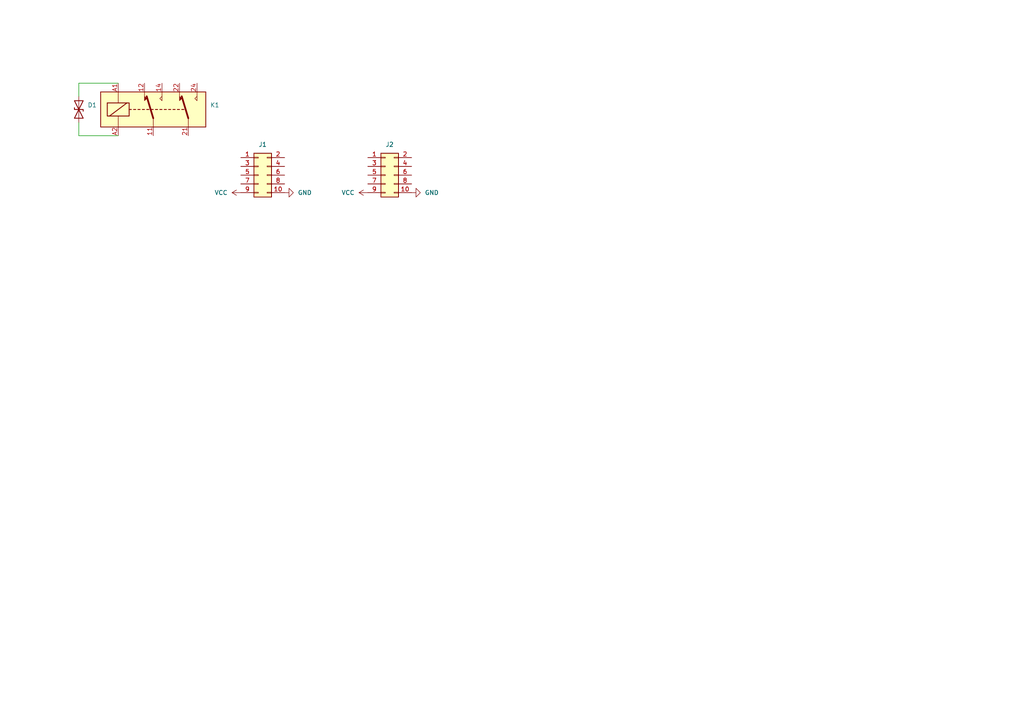
<source format=kicad_sch>
(kicad_sch (version 20230121) (generator eeschema)
  (paper "A4")
  (lib_symbols
    (symbol "Connector_Generic:Conn_02x05_Odd_Even" (pin_names (offset 1.016) hide)
      (property "Reference" "J" (at 1.27 7.62 0))
      (property "Value" "Conn_02x05_Odd_Even" (at 1.27 -7.62 0))
      (symbol "Conn_02x05_Odd_Even_1_1"
        (rectangle (start -1.27 -4.953) (end 0 -5.207) (stroke (width 0.1524)))
        (rectangle (start -1.27 -2.413) (end 0 -2.667) (stroke (width 0.1524)))
        (rectangle (start -1.27 0.127) (end 0 -0.127) (stroke (width 0.1524)))
        (rectangle (start -1.27 2.667) (end 0 2.413) (stroke (width 0.1524)))
        (rectangle (start -1.27 5.207) (end 0 4.953) (stroke (width 0.1524)))
        (rectangle (start -1.27 6.35) (end 3.81 -6.35) (stroke (width 0.254)) (fill (type background)))
        (rectangle (start 3.81 -4.953) (end 2.54 -5.207) (stroke (width 0.1524)))
        (rectangle (start 3.81 -2.413) (end 2.54 -2.667) (stroke (width 0.1524)))
        (rectangle (start 3.81 0.127) (end 2.54 -0.127) (stroke (width 0.1524)))
        (rectangle (start 3.81 2.667) (end 2.54 2.413) (stroke (width 0.1524)))
        (rectangle (start 3.81 5.207) (end 2.54 4.953) (stroke (width 0.1524)))
        (pin passive line (at -5.08 5.08 0) (length 3.81) (name "Pin_1") (number "1"))
        (pin passive line (at 7.62 -5.08 180) (length 3.81) (name "Pin_10") (number "10"))
        (pin passive line (at 7.62 5.08 180) (length 3.81) (name "Pin_2") (number "2"))
        (pin passive line (at -5.08 2.54 0) (length 3.81) (name "Pin_3") (number "3"))
        (pin passive line (at 7.62 2.54 180) (length 3.81) (name "Pin_4") (number "4"))
        (pin passive line (at -5.08 0 0) (length 3.81) (name "Pin_5") (number "5"))
        (pin passive line (at 7.62 0 180) (length 3.81) (name "Pin_6") (number "6"))
        (pin passive line (at -5.08 -2.54 0) (length 3.81) (name "Pin_7") (number "7"))
        (pin passive line (at 7.62 -2.54 180) (length 3.81) (name "Pin_8") (number "8"))
        (pin passive line (at -5.08 -5.08 0) (length 3.81) (name "Pin_9") (number "9"))
      )
    )
    (symbol "Device:D_TVS" (pin_numbers hide) (pin_names (offset 1.016) hide)
      (property "Reference" "D" (at 0 2.54 0))
      (property "Value" "D_TVS" (at 0 -2.54 0))
      (symbol "D_TVS_0_1"
        (polyline (pts (xy 1.27 0) (xy -1.27 0)))
        (polyline (pts (xy 0.508 1.27) (xy 0 1.27) (xy 0 -1.27) (xy -0.508 -1.27)) (stroke (width 0.254)))
        (polyline (pts (xy -2.54 1.27) (xy -2.54 -1.27) (xy 2.54 1.27) (xy 2.54 -1.27) (xy -2.54 1.27)) (stroke (width 0.254)))
      )
      (symbol "D_TVS_1_1"
        (pin passive line (at -3.81 0 0) (length 2.54) (name "A1") (number "1"))
        (pin passive line (at 3.81 0 180) (length 2.54) (name "A2") (number "2"))
      )
    )
    (symbol "Relay:Relay_DPDT"
      (property "Reference" "K" (at 16.51 3.81 0))
      (property "Value" "Relay_DPDT" (at 16.51 1.27 0))
      (symbol "Relay_DPDT_0_1"
        (rectangle (start -15.24 5.08) (end 15.24 -5.08) (stroke (width 0.254)) (fill (type background)))
        (rectangle (start -13.335 1.905) (end -6.985 -1.905) (stroke (width 0.254)))
        (polyline (pts (xy -12.7 -1.905) (xy -7.62 1.905)) (stroke (width 0.254)))
        (polyline (pts (xy -10.16 -5.08) (xy -10.16 -1.905)))
        (polyline (pts (xy -10.16 5.08) (xy -10.16 1.905)))
        (polyline (pts (xy -6.985 0) (xy -6.35 0)) (stroke (width 0.254)))
        (polyline (pts (xy -5.715 0) (xy -5.08 0)) (stroke (width 0.254)))
        (polyline (pts (xy -4.445 0) (xy -3.81 0)) (stroke (width 0.254)))
        (polyline (pts (xy -3.175 0) (xy -2.54 0)) (stroke (width 0.254)))
        (polyline (pts (xy -1.905 0) (xy -1.27 0)) (stroke (width 0.254)))
        (polyline (pts (xy -0.635 0) (xy 0 0)) (stroke (width 0.254)))
        (polyline (pts (xy 0 -2.54) (xy -1.905 3.81)) (stroke (width 0.508)))
        (polyline (pts (xy 0 -2.54) (xy 0 -5.08)))
        (polyline (pts (xy 0.635 0) (xy 1.27 0)) (stroke (width 0.254)))
        (polyline (pts (xy 1.905 0) (xy 2.54 0)) (stroke (width 0.254)))
        (polyline (pts (xy 3.175 0) (xy 3.81 0)) (stroke (width 0.254)))
        (polyline (pts (xy 4.445 0) (xy 5.08 0)) (stroke (width 0.254)))
        (polyline (pts (xy 5.715 0) (xy 6.35 0)) (stroke (width 0.254)))
        (polyline (pts (xy 6.985 0) (xy 7.62 0)) (stroke (width 0.254)))
        (polyline (pts (xy 8.255 0) (xy 8.89 0)) (stroke (width 0.254)))
        (polyline (pts (xy 10.16 -2.54) (xy 8.255 3.81)) (stroke (width 0.508)))
        (polyline (pts (xy 10.16 -2.54) (xy 10.16 -5.08)))
        (polyline (pts (xy -2.54 5.08) (xy -2.54 2.54) (xy -1.905 3.175) (xy -2.54 3.81)) (fill (type outline)))
        (polyline (pts (xy 2.54 5.08) (xy 2.54 2.54) (xy 1.905 3.175) (xy 2.54 3.81)))
        (polyline (pts (xy 7.62 5.08) (xy 7.62 2.54) (xy 8.255 3.175) (xy 7.62 3.81)) (fill (type outline)))
        (polyline (pts (xy 12.7 5.08) (xy 12.7 2.54) (xy 12.065 3.175) (xy 12.7 3.81)))
      )
      (symbol "Relay_DPDT_1_1"
        (pin passive line (at 0 -7.62 90) (length 2.54) (name "~") (number "11"))
        (pin passive line (at -2.54 7.62 270) (length 2.54) (name "~") (number "12"))
        (pin passive line (at 2.54 7.62 270) (length 2.54) (name "~") (number "14"))
        (pin passive line (at 10.16 -7.62 90) (length 2.54) (name "~") (number "21"))
        (pin passive line (at 7.62 7.62 270) (length 2.54) (name "~") (number "22"))
        (pin passive line (at 12.7 7.62 270) (length 2.54) (name "~") (number "24"))
        (pin passive line (at -10.16 7.62 270) (length 2.54) (name "~") (number "A1"))
        (pin passive line (at -10.16 -7.62 90) (length 2.54) (name "~") (number "A2"))
      )
    )
    (symbol "power:GND" (power) (pin_names (offset 0))
      (property "Value" "GND" (at 0 -3.81 0))
      (symbol "GND_0_1"
        (polyline (pts (xy 0 0) (xy 0 -1.27) (xy 1.27 -1.27) (xy 0 -2.54) (xy -1.27 -1.27) (xy 0 -1.27)))
      )
      (symbol "GND_1_1"
        (pin power_in line (at 0 0 270) (length 0) hide (name "GND") (number "1"))
      )
    )
    (symbol "power:VCC" (power) (pin_names (offset 0))
      (property "Value" "VCC" (at 0 3.81 0))
      (symbol "VCC_0_1"
        (polyline (pts (xy -0.762 1.27) (xy 0 2.54)))
        (polyline (pts (xy 0 0) (xy 0 2.54)))
        (polyline (pts (xy 0 2.54) (xy 0.762 1.27)))
      )
      (symbol "VCC_1_1"
        (pin power_in line (at 0 0 90) (length 0) hide (name "VCC") (number "1"))
      )
    )
  )
  (wire (pts (xy 22.86 35.56) (xy 22.86 39.37)))
  (wire (pts (xy 22.86 27.94) (xy 22.86 24.13)))
  (wire (pts (xy 22.86 24.13) (xy 34.29 24.13)))
  (wire (pts (xy 22.86 39.37) (xy 34.29 39.37)))
  (symbol (lib_id "power:VCC") (at 106.68 55.88 90) (unit 1)
    (property "Reference" "#PWR03" (effects hide))
    (property "Value" "VCC" (at 102.87 55.88 90) (effects (justify left)))
  )
  (symbol (lib_id "Connector_Generic:Conn_02x05_Odd_Even") (at 111.76 50.8 0) (unit 1)
    (property "Reference" "J2" (at 113.03 41.91 0))
    (property "Value" "BHR-10-VUA" (effects hide))
    (property "Footprint" "Connector_IDC:IDC-Header_2x05_P2.54mm_Vertical" (effects hide))
    (property "Datasheet" "https://app.adam-tech.com/products/download/data_sheet/203218/bhr-xx-vua-data-sheet.pdf" (effects hide))
  )
  (symbol (lib_id "power:VCC") (at 69.85 55.88 90) (unit 1)
    (property "Reference" "#PWR01" (effects hide))
    (property "Value" "VCC" (at 66.04 55.88 90) (effects (justify left)))
  )
  (symbol (lib_id "Connector_Generic:Conn_02x05_Odd_Even") (at 74.93 50.8 0) (unit 1)
    (property "Reference" "J1" (at 76.2 41.91 0))
    (property "Value" "BHR-10-VUA" (effects hide))
    (property "Footprint" "Connector_IDC:IDC-Header_2x05_P2.54mm_Vertical" (effects hide))
    (property "Datasheet" "https://app.adam-tech.com/products/download/data_sheet/203218/bhr-xx-vua-data-sheet.pdf" (effects hide))
  )
  (symbol (lib_id "power:GND") (at 82.55 55.88 90) (unit 1)
    (property "Reference" "#PWR02" (effects hide))
    (property "Value" "GND" (at 86.36 55.88 90) (effects (justify right)))
  )
  (symbol (lib_id "Relay:Relay_DPDT") (at 44.45 31.75 0) (unit 1)
    (property "Reference" "K1" (at 60.96 30.48 0) (effects (justify left)))
    (property "Value" "J104D2C12VDC.15S" (effects hide))
    (property "Footprint" "Relay_THT:Relay_DPDT_Finder_30.22" (effects hide))
    (property "Datasheet" "https://www.citrelay.com/Catalog%20Pages/RelayCatalog/J104D.pdf" (effects hide))
  )
  (symbol (lib_id "power:GND") (at 119.38 55.88 90) (unit 1)
    (property "Reference" "#PWR04" (effects hide))
    (property "Value" "GND" (at 123.19 55.88 90) (effects (justify right)))
  )
  (symbol (lib_id "Device:D_TVS") (at 22.86 31.75 90) (unit 1)
    (property "Reference" "D1" (at 25.4 30.48 90) (effects (justify right)))
    (property "Value" "SMAJ14CA" (effects hide))
    (property "Footprint" "Diode_SMD:D_SMA_Handsoldering" (effects hide))
    (property "Datasheet" "https://goodarksemi.com/docs/datasheets/transient_voltage_suppressors/SMAJx.pdf" (effects hide))
  )
)
</source>
